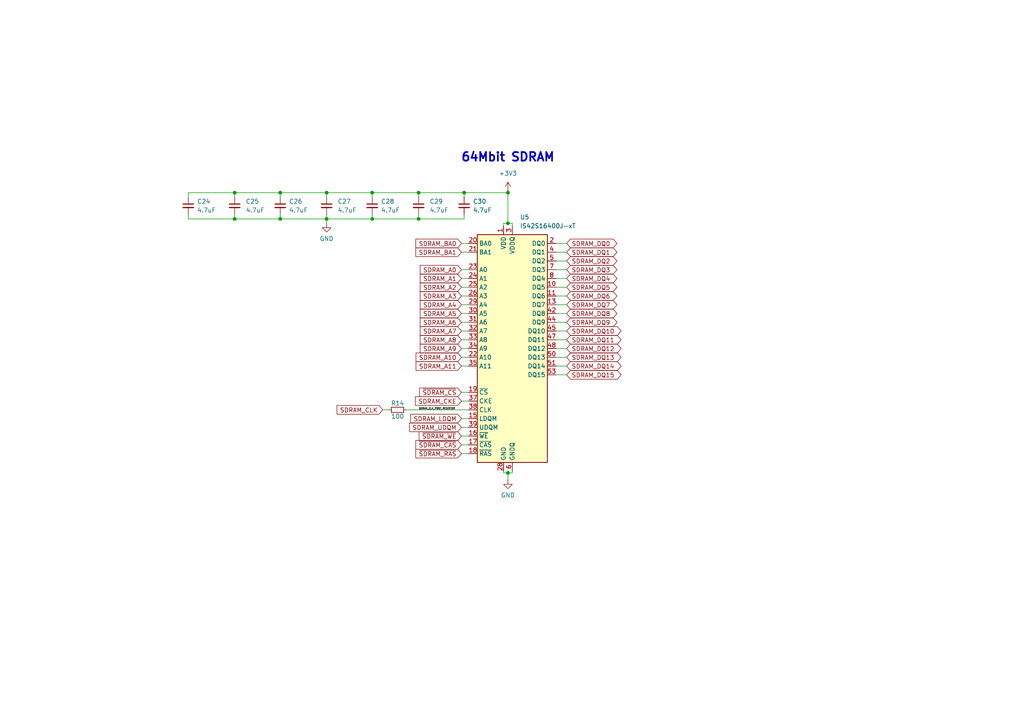
<source format=kicad_sch>
(kicad_sch (version 20231120) (generator "eeschema") (generator_version "8.0")
  (paper "A4")
  (title_block (title "vaudeo") (date "2025-01-22") (rev "Rev A") (comment 1 "A video and audeo board") (comment 3 "https://github.com/oricomp/vaudeo") (comment 4 "Created by Jacob Long"))
  (lib_symbols
    (symbol "Device:C_Small" (pin_numbers hide) (pin_names (offset 0.254) hide)
      (property "Reference" "C" (at 0.254 1.778 0))
      (property "Value" "C_Small" (at 0.254 -2.032 0))
      (symbol "C_Small_0_1"
        (polyline (pts (xy -1.524 -0.508) (xy 1.524 -0.508)) (stroke (width 0.3302)))
        (polyline (pts (xy -1.524 0.508) (xy 1.524 0.508)) (stroke (width 0.3048)))
      )
      (symbol "C_Small_1_1"
        (pin passive line (at 0 2.54 270) (length 2.032) (name "~") (number "1"))
        (pin passive line (at 0 -2.54 90) (length 2.032) (name "~") (number "2"))
      )
    )
    (symbol "Device:R_Small" (pin_numbers hide) (pin_names (offset 0.254) hide)
      (property "Reference" "R" (at 0.762 0.508 0))
      (property "Value" "R_Small" (at 0.762 -1.016 0))
      (symbol "R_Small_0_1"
        (rectangle (start -0.762 1.778) (end 0.762 -1.778) (stroke (width 0.2032)))
      )
      (symbol "R_Small_1_1"
        (pin passive line (at 0 2.54 270) (length 0.762) (name "~") (number "1"))
        (pin passive line (at 0 -2.54 90) (length 0.762) (name "~") (number "2"))
      )
    )
    (symbol "Memory_RAM:IS42S16400J-xT"
      (property "Reference" "U" (at -8.89 34.29 0))
      (property "Value" "IS42S16400J-xT" (at 8.89 34.29 0))
      (symbol "IS42S16400J-xT_1_1"
        (rectangle (start -10.16 33.02) (end 10.16 -33.02) (stroke (width 0.254)) (fill (type background)))
        (pin power_in line (at -2.54 35.56 270) (length 2.54) (name "VDD") (number "1"))
        (pin bidirectional line (at 12.7 17.78 180) (length 2.54) (name "DQ5") (number "10"))
        (pin bidirectional line (at 12.7 15.24 180) (length 2.54) (name "DQ6") (number "11"))
        (pin passive line (at 0 -35.56 90) (length 2.54) hide (name "GNDQ") (number "12"))
        (pin bidirectional line (at 12.7 12.7 180) (length 2.54) (name "DQ7") (number "13"))
        (pin passive line (at -2.54 35.56 270) (length 2.54) hide (name "VDD") (number "14"))
        (pin input line (at -12.7 -20.32 0) (length 2.54) (name "LDQM") (number "15"))
        (pin input line (at -12.7 -25.4 0) (length 2.54) (name "~{WE}") (number "16"))
        (pin input line (at -12.7 -27.94 0) (length 2.54) (name "~{CAS}") (number "17"))
        (pin input line (at -12.7 -30.48 0) (length 2.54) (name "~{RAS}") (number "18"))
        (pin input line (at -12.7 -12.7 0) (length 2.54) (name "~{CS}") (number "19"))
        (pin bidirectional line (at 12.7 30.48 180) (length 2.54) (name "DQ0") (number "2"))
        (pin input line (at -12.7 30.48 0) (length 2.54) (name "BA0") (number "20"))
        (pin input line (at -12.7 27.94 0) (length 2.54) (name "BA1") (number "21"))
        (pin input line (at -12.7 -2.54 0) (length 2.54) (name "A10") (number "22"))
        (pin input line (at -12.7 22.86 0) (length 2.54) (name "A0") (number "23"))
        (pin input line (at -12.7 20.32 0) (length 2.54) (name "A1") (number "24"))
        (pin input line (at -12.7 17.78 0) (length 2.54) (name "A2") (number "25"))
        (pin input line (at -12.7 15.24 0) (length 2.54) (name "A3") (number "26"))
        (pin passive line (at -2.54 35.56 270) (length 2.54) hide (name "VDD") (number "27"))
        (pin power_in line (at -2.54 -35.56 90) (length 2.54) (name "GND") (number "28"))
        (pin input line (at -12.7 12.7 0) (length 2.54) (name "A4") (number "29"))
        (pin power_in line (at 0 35.56 270) (length 2.54) (name "VDDQ") (number "3"))
        (pin input line (at -12.7 10.16 0) (length 2.54) (name "A5") (number "30"))
        (pin input line (at -12.7 7.62 0) (length 2.54) (name "A6") (number "31"))
        (pin input line (at -12.7 5.08 0) (length 2.54) (name "A7") (number "32"))
        (pin input line (at -12.7 2.54 0) (length 2.54) (name "A8") (number "33"))
        (pin input line (at -12.7 0 0) (length 2.54) (name "A9") (number "34"))
        (pin input line (at -12.7 -5.08 0) (length 2.54) (name "A11") (number "35"))
        (pin no_connect line (at 10.16 -17.78 180) (length 2.54) hide (name "NC") (number "36"))
        (pin input line (at -12.7 -15.24 0) (length 2.54) (name "CKE") (number "37"))
        (pin input line (at -12.7 -17.78 0) (length 2.54) (name "CLK") (number "38"))
        (pin input line (at -12.7 -22.86 0) (length 2.54) (name "UDQM") (number "39"))
        (pin bidirectional line (at 12.7 27.94 180) (length 2.54) (name "DQ1") (number "4"))
        (pin no_connect line (at 10.16 -20.32 180) (length 2.54) hide (name "NC") (number "40"))
        (pin passive line (at -2.54 -35.56 90) (length 2.54) hide (name "GND") (number "41"))
        (pin bidirectional line (at 12.7 10.16 180) (length 2.54) (name "DQ8") (number "42"))
        (pin passive line (at 0 35.56 270) (length 2.54) hide (name "VDDQ") (number "43"))
        (pin bidirectional line (at 12.7 7.62 180) (length 2.54) (name "DQ9") (number "44"))
        (pin bidirectional line (at 12.7 5.08 180) (length 2.54) (name "DQ10") (number "45"))
        (pin passive line (at 0 -35.56 90) (length 2.54) hide (name "GNDQ") (number "46"))
        (pin bidirectional line (at 12.7 2.54 180) (length 2.54) (name "DQ11") (number "47"))
        (pin bidirectional line (at 12.7 0 180) (length 2.54) (name "DQ12") (number "48"))
        (pin passive line (at 0 35.56 270) (length 2.54) hide (name "VDDQ") (number "49"))
        (pin bidirectional line (at 12.7 25.4 180) (length 2.54) (name "DQ2") (number "5"))
        (pin bidirectional line (at 12.7 -2.54 180) (length 2.54) (name "DQ13") (number "50"))
        (pin bidirectional line (at 12.7 -5.08 180) (length 2.54) (name "DQ14") (number "51"))
        (pin passive line (at 0 -35.56 90) (length 2.54) hide (name "GNDQ") (number "52"))
        (pin bidirectional line (at 12.7 -7.62 180) (length 2.54) (name "DQ15") (number "53"))
        (pin passive line (at -2.54 -35.56 90) (length 2.54) hide (name "GND") (number "54"))
        (pin power_in line (at 0 -35.56 90) (length 2.54) (name "GNDQ") (number "6"))
        (pin bidirectional line (at 12.7 22.86 180) (length 2.54) (name "DQ3") (number "7"))
        (pin bidirectional line (at 12.7 20.32 180) (length 2.54) (name "DQ4") (number "8"))
        (pin passive line (at 0 35.56 270) (length 2.54) hide (name "VDDQ") (number "9"))
      )
    )
    (symbol "power:+3V3" (power) (pin_numbers hide) (pin_names (offset 0) hide)
      (property "Value" "+3V3" (at 0 3.556 0))
      (symbol "+3V3_0_1"
        (polyline (pts (xy -0.762 1.27) (xy 0 2.54)))
        (polyline (pts (xy 0 0) (xy 0 2.54)))
        (polyline (pts (xy 0 2.54) (xy 0.762 1.27)))
      )
      (symbol "+3V3_1_1"
        (pin power_in line (at 0 0 90) (length 0) (name "~") (number "1"))
      )
    )
    (symbol "power:GND" (power) (pin_numbers hide) (pin_names (offset 0) hide)
      (property "Value" "GND" (at 0 -3.81 0))
      (symbol "GND_0_1"
        (polyline (pts (xy 0 0) (xy 0 -1.27) (xy 1.27 -1.27) (xy 0 -2.54) (xy -1.27 -1.27) (xy 0 -1.27)))
      )
      (symbol "GND_1_1"
        (pin power_in line (at 0 0 270) (length 0) (name "~") (number "1"))
      )
    )
  )
  (junction (at 94.742 63.5))
  (junction (at 107.95 55.88))
  (junction (at 121.412 55.88))
  (junction (at 107.95 63.5))
  (junction (at 147.32 64.77))
  (junction (at 68.072 63.5))
  (junction (at 121.412 63.5))
  (junction (at 147.32 55.88))
  (junction (at 94.742 55.88))
  (junction (at 147.32 137.16))
  (junction (at 81.28 55.88))
  (junction (at 134.62 55.88))
  (junction (at 68.072 55.88))
  (junction (at 81.28 63.5))
  (wire (pts (xy 161.29 83.312) (xy 164.338 83.312)))
  (wire (pts (xy 161.29 106.172) (xy 164.338 106.172)))
  (wire (pts (xy 117.856 118.872) (xy 135.89 118.872)))
  (wire (pts (xy 133.858 80.772) (xy 135.89 80.772)))
  (wire (pts (xy 68.072 62.23) (xy 68.072 63.5)))
  (wire (pts (xy 133.858 83.312) (xy 135.89 83.312)))
  (wire (pts (xy 121.412 55.88) (xy 134.62 55.88)))
  (wire (pts (xy 133.858 93.472) (xy 135.89 93.472)))
  (wire (pts (xy 148.59 64.77) (xy 148.59 65.532)))
  (wire (pts (xy 133.858 113.792) (xy 135.89 113.792)))
  (wire (pts (xy 146.05 64.77) (xy 147.32 64.77)))
  (wire (pts (xy 110.998 118.872) (xy 112.776 118.872)))
  (wire (pts (xy 161.29 88.392) (xy 164.338 88.392)))
  (wire (pts (xy 133.858 103.632) (xy 135.89 103.632)))
  (wire (pts (xy 161.29 80.772) (xy 164.338 80.772)))
  (wire (pts (xy 133.858 85.852) (xy 135.89 85.852)))
  (wire (pts (xy 161.29 96.012) (xy 164.338 96.012)))
  (wire (pts (xy 94.742 64.77) (xy 94.742 63.5)))
  (wire (pts (xy 107.95 62.23) (xy 107.95 63.5)))
  (wire (pts (xy 54.61 55.88) (xy 68.072 55.88)))
  (wire (pts (xy 161.29 78.232) (xy 164.338 78.232)))
  (wire (pts (xy 134.62 62.23) (xy 134.62 63.5)))
  (wire (pts (xy 133.858 96.012) (xy 135.89 96.012)))
  (wire (pts (xy 133.858 129.032) (xy 135.89 129.032)))
  (wire (pts (xy 81.28 62.23) (xy 81.28 63.5)))
  (wire (pts (xy 121.412 55.88) (xy 121.412 57.15)))
  (wire (pts (xy 121.412 63.5) (xy 107.95 63.5)))
  (wire (pts (xy 161.29 90.932) (xy 164.338 90.932)))
  (wire (pts (xy 161.29 108.712) (xy 164.338 108.712)))
  (wire (pts (xy 94.742 55.88) (xy 107.95 55.88)))
  (wire (pts (xy 146.05 65.532) (xy 146.05 64.77)))
  (wire (pts (xy 133.858 73.152) (xy 135.89 73.152)))
  (wire (pts (xy 54.61 63.5) (xy 68.072 63.5)))
  (wire (pts (xy 68.072 57.15) (xy 68.072 55.88)))
  (wire (pts (xy 133.858 116.332) (xy 135.89 116.332)))
  (wire (pts (xy 133.858 121.412) (xy 135.89 121.412)))
  (wire (pts (xy 68.072 55.88) (xy 81.28 55.88)))
  (wire (pts (xy 68.072 63.5) (xy 81.28 63.5)))
  (wire (pts (xy 54.61 57.15) (xy 54.61 55.88)))
  (wire (pts (xy 121.412 62.23) (xy 121.412 63.5)))
  (wire (pts (xy 161.29 103.632) (xy 164.338 103.632)))
  (wire (pts (xy 161.29 70.612) (xy 164.338 70.612)))
  (wire (pts (xy 147.32 64.77) (xy 148.59 64.77)))
  (wire (pts (xy 81.28 63.5) (xy 94.742 63.5)))
  (wire (pts (xy 107.95 55.88) (xy 107.95 57.15)))
  (wire (pts (xy 147.32 137.16) (xy 148.59 137.16)))
  (wire (pts (xy 148.59 137.16) (xy 148.59 136.652)))
  (wire (pts (xy 133.858 126.492) (xy 135.89 126.492)))
  (wire (pts (xy 54.61 62.23) (xy 54.61 63.5)))
  (wire (pts (xy 134.62 55.88) (xy 134.62 57.15)))
  (wire (pts (xy 133.858 88.392) (xy 135.89 88.392)))
  (wire (pts (xy 133.858 90.932) (xy 135.89 90.932)))
  (wire (pts (xy 133.858 123.952) (xy 135.89 123.952)))
  (wire (pts (xy 161.29 75.692) (xy 164.338 75.692)))
  (wire (pts (xy 134.62 55.88) (xy 147.32 55.88)))
  (wire (pts (xy 161.29 98.552) (xy 164.338 98.552)))
  (wire (pts (xy 94.742 63.5) (xy 94.742 62.23)))
  (wire (pts (xy 161.29 101.092) (xy 164.338 101.092)))
  (wire (pts (xy 133.858 70.612) (xy 135.89 70.612)))
  (wire (pts (xy 146.05 137.16) (xy 147.32 137.16)))
  (wire (pts (xy 134.62 63.5) (xy 121.412 63.5)))
  (wire (pts (xy 147.32 137.16) (xy 147.32 139.192)))
  (wire (pts (xy 133.858 101.092) (xy 135.89 101.092)))
  (wire (pts (xy 133.858 106.172) (xy 135.89 106.172)))
  (wire (pts (xy 133.858 78.232) (xy 135.89 78.232)))
  (wire (pts (xy 146.05 136.652) (xy 146.05 137.16)))
  (wire (pts (xy 133.858 131.572) (xy 135.89 131.572)))
  (wire (pts (xy 81.28 57.15) (xy 81.28 55.88)))
  (wire (pts (xy 161.29 85.852) (xy 164.338 85.852)))
  (wire (pts (xy 161.29 73.152) (xy 164.338 73.152)))
  (wire (pts (xy 147.32 55.372) (xy 147.32 55.88)))
  (wire (pts (xy 133.858 98.552) (xy 135.89 98.552)))
  (wire (pts (xy 94.742 55.88) (xy 94.742 57.15)))
  (wire (pts (xy 107.95 63.5) (xy 94.742 63.5)))
  (wire (pts (xy 81.28 55.88) (xy 94.742 55.88)))
  (wire (pts (xy 107.95 55.88) (xy 121.412 55.88)))
  (wire (pts (xy 161.29 93.472) (xy 164.338 93.472)))
  (wire (pts (xy 147.32 55.88) (xy 147.32 64.77)))
  (text "64Mbit SDRAM" (at 147.32 45.72 0) (effects (font (size 2.5 2.5) (thickness 0.5) (bold yes))))
  (label "SDRAM_CLK_POST_RESISTOR" (at 121.412 118.872 0) (effects (font (size 0.5 0.5))))
  (global_label "SDRAM_DQ11" (shape bidirectional) (at 164.338 98.552 0) (property "Intersheetrefs" "${INTERSHEET_REFS}" (effects (hide yes))))
  (global_label "SDRAM_A9" (shape input) (at 133.858 101.092 180) (property "Intersheetrefs" "${INTERSHEET_REFS}" (effects (hide yes))))
  (global_label "SDRAM_A6" (shape input) (at 133.858 93.472 180) (property "Intersheetrefs" "${INTERSHEET_REFS}" (effects (hide yes))))
  (global_label "~{SDRAM_CS}" (shape input) (at 133.858 113.792 180) (property "Intersheetrefs" "${INTERSHEET_REFS}" (effects (hide yes))))
  (global_label "SDRAM_DQ13" (shape bidirectional) (at 164.338 103.632 0) (property "Intersheetrefs" "${INTERSHEET_REFS}" (effects (hide yes))))
  (global_label "SDRAM_A10" (shape input) (at 133.858 103.632 180) (property "Intersheetrefs" "${INTERSHEET_REFS}" (effects (hide yes))))
  (global_label "SDRAM_DQ14" (shape bidirectional) (at 164.338 106.172 0) (property "Intersheetrefs" "${INTERSHEET_REFS}" (effects (hide yes))))
  (global_label "SDRAM_DQ3" (shape bidirectional) (at 164.338 78.232 0) (property "Intersheetrefs" "${INTERSHEET_REFS}" (effects (hide yes))))
  (global_label "SDRAM_UDQM" (shape input) (at 133.858 123.952 180) (property "Intersheetrefs" "${INTERSHEET_REFS}" (effects (hide yes))))
  (global_label "SDRAM_DQ2" (shape bidirectional) (at 164.338 75.692 0) (property "Intersheetrefs" "${INTERSHEET_REFS}" (effects (hide yes))))
  (global_label "~{SDRAM_CAS}" (shape input) (at 133.858 129.032 180) (property "Intersheetrefs" "${INTERSHEET_REFS}" (effects (hide yes))))
  (global_label "SDRAM_A1" (shape input) (at 133.858 80.772 180) (property "Intersheetrefs" "${INTERSHEET_REFS}" (effects (hide yes))))
  (global_label "~{SDRAM_WE}" (shape input) (at 133.858 126.492 180) (property "Intersheetrefs" "${INTERSHEET_REFS}" (effects (hide yes))))
  (global_label "SDRAM_DQ6" (shape bidirectional) (at 164.338 85.852 0) (property "Intersheetrefs" "${INTERSHEET_REFS}" (effects (hide yes))))
  (global_label "SDRAM_BA1" (shape input) (at 133.858 73.152 180) (property "Intersheetrefs" "${INTERSHEET_REFS}" (effects (hide yes))))
  (global_label "SDRAM_DQ15" (shape bidirectional) (at 164.338 108.712 0) (property "Intersheetrefs" "${INTERSHEET_REFS}" (effects (hide yes))))
  (global_label "SDRAM_DQ7" (shape bidirectional) (at 164.338 88.392 0) (property "Intersheetrefs" "${INTERSHEET_REFS}" (effects (hide yes))))
  (global_label "SDRAM_DQ9" (shape bidirectional) (at 164.338 93.472 0) (property "Intersheetrefs" "${INTERSHEET_REFS}" (effects (hide yes))))
  (global_label "SDRAM_DQ1" (shape bidirectional) (at 164.338 73.152 0) (property "Intersheetrefs" "${INTERSHEET_REFS}" (effects (hide yes))))
  (global_label "SDRAM_DQ8" (shape bidirectional) (at 164.338 90.932 0) (property "Intersheetrefs" "${INTERSHEET_REFS}" (effects (hide yes))))
  (global_label "SDRAM_CKE" (shape input) (at 133.858 116.332 180) (property "Intersheetrefs" "${INTERSHEET_REFS}" (effects (hide yes))))
  (global_label "SDRAM_A0" (shape input) (at 133.858 78.232 180) (property "Intersheetrefs" "${INTERSHEET_REFS}" (effects (hide yes))))
  (global_label "SDRAM_A8" (shape input) (at 133.858 98.552 180) (property "Intersheetrefs" "${INTERSHEET_REFS}" (effects (hide yes))))
  (global_label "SDRAM_DQ0" (shape bidirectional) (at 164.338 70.612 0) (property "Intersheetrefs" "${INTERSHEET_REFS}" (effects (hide yes))))
  (global_label "SDRAM_A7" (shape input) (at 133.858 96.012 180) (property "Intersheetrefs" "${INTERSHEET_REFS}" (effects (hide yes))))
  (global_label "SDRAM_BA0" (shape input) (at 133.858 70.612 180) (property "Intersheetrefs" "${INTERSHEET_REFS}" (effects (hide yes))))
  (global_label "SDRAM_A2" (shape input) (at 133.858 83.312 180) (property "Intersheetrefs" "${INTERSHEET_REFS}" (effects (hide yes))))
  (global_label "SDRAM_DQ5" (shape bidirectional) (at 164.338 83.312 0) (property "Intersheetrefs" "${INTERSHEET_REFS}" (effects (hide yes))))
  (global_label "SDRAM_DQ4" (shape bidirectional) (at 164.338 80.772 0) (property "Intersheetrefs" "${INTERSHEET_REFS}" (effects (hide yes))))
  (global_label "SDRAM_A3" (shape input) (at 133.858 85.852 180) (property "Intersheetrefs" "${INTERSHEET_REFS}" (effects (hide yes))))
  (global_label "SDRAM_A4" (shape input) (at 133.858 88.392 180) (property "Intersheetrefs" "${INTERSHEET_REFS}" (effects (hide yes))))
  (global_label "SDRAM_DQ10" (shape bidirectional) (at 164.338 96.012 0) (property "Intersheetrefs" "${INTERSHEET_REFS}" (effects (hide yes))))
  (global_label "~{SDRAM_RAS}" (shape input) (at 133.858 131.572 180) (property "Intersheetrefs" "${INTERSHEET_REFS}" (effects (hide yes))))
  (global_label "SDRAM_DQ12" (shape bidirectional) (at 164.338 101.092 0) (property "Intersheetrefs" "${INTERSHEET_REFS}" (effects (hide yes))))
  (global_label "SDRAM_LDQM" (shape input) (at 133.858 121.412 180) (property "Intersheetrefs" "${INTERSHEET_REFS}" (effects (hide yes))))
  (global_label "SDRAM_A11" (shape input) (at 133.858 106.172 180) (property "Intersheetrefs" "${INTERSHEET_REFS}" (effects (hide yes))))
  (global_label "SDRAM_CLK" (shape input) (at 110.998 118.872 180) (property "Intersheetrefs" "${INTERSHEET_REFS}" (effects (hide yes))))
  (global_label "SDRAM_A5" (shape input) (at 133.858 90.932 180) (property "Intersheetrefs" "${INTERSHEET_REFS}" (effects (hide yes))))
  (symbol (lib_id "Device:C_Small") (at 54.61 59.69 0) (unit 1)
    (property "Reference" "C24" (at 57.15 58.4262 0) (effects (justify left)))
    (property "Value" "4.7uF" (at 57.15 60.9662 0) (effects (justify left)))
    (property "Footprint" "Capacitor_SMD:C_0805_2012Metric_Pad1.18x1.45mm_HandSolder" (effects (hide yes)))
    (property "Description" "Unpolarized capacitor, small symbol" (effects (hide yes)))
    (property "DigiKey" "https://www.digikey.com/en/products/detail/samsung-electro-mechanics/CL21A475KAQNNNE/3886902" (effects (hide yes)))
  )
  (symbol (lib_id "power:GND") (at 94.742 64.77 0) (unit 1)
    (property "Reference" "#PWR037" (effects (hide yes)))
    (property "Value" "GND" (at 94.742 69.215 0))
    (property "Description" "Power symbol creates a global label with name \"GND\" , ground" (effects (hide yes)))
  )
  (symbol (lib_id "Device:R_Small") (at 115.316 118.872 90) (unit 1)
    (property "Reference" "R14" (at 115.316 116.967 90))
    (property "Value" "100" (at 115.316 120.777 90))
    (property "Footprint" "Resistor_SMD:R_0805_2012Metric_Pad1.20x1.40mm_HandSolder" (effects (hide yes)))
    (property "Description" "Resistor, small symbol" (effects (hide yes)))
    (property "DigiKey" "https://www.digikey.com/en/products/detail/stackpole-electronics-inc/RNCP0805FTD100R/2240209" (effects (hide yes)))
  )
  (symbol (lib_id "Device:C_Small") (at 121.412 59.69 0) (unit 1)
    (property "Reference" "C29" (at 124.587 58.4262 0) (effects (justify left)))
    (property "Value" "4.7uF" (at 124.587 60.9662 0) (effects (justify left)))
    (property "Footprint" "Capacitor_SMD:C_0805_2012Metric_Pad1.18x1.45mm_HandSolder" (effects (hide yes)))
    (property "Description" "Unpolarized capacitor, small symbol" (effects (hide yes)))
    (property "DigiKey" "https://www.digikey.com/en/products/detail/samsung-electro-mechanics/CL21A475KAQNNNE/3886902" (effects (hide yes)))
  )
  (symbol (lib_id "Device:C_Small") (at 94.742 59.69 0) (unit 1)
    (property "Reference" "C27" (at 97.917 58.4262 0) (effects (justify left)))
    (property "Value" "4.7uF" (at 97.917 60.9662 0) (effects (justify left)))
    (property "Footprint" "Capacitor_SMD:C_0805_2012Metric_Pad1.18x1.45mm_HandSolder" (effects (hide yes)))
    (property "Description" "Unpolarized capacitor, small symbol" (effects (hide yes)))
    (property "DigiKey" "https://www.digikey.com/en/products/detail/samsung-electro-mechanics/CL21A475KAQNNNE/3886902" (effects (hide yes)))
  )
  (symbol (lib_id "power:+3V3") (at 147.32 55.372 0) (unit 1)
    (property "Reference" "#PWR036" (effects (hide yes)))
    (property "Value" "+3V3" (at 147.32 50.292 0))
    (property "Description" "Power symbol creates a global label with name \"+3V3\"" (effects (hide yes)))
  )
  (symbol (lib_id "Device:C_Small") (at 68.072 59.69 0) (unit 1)
    (property "Reference" "C25" (at 71.247 58.4262 0) (effects (justify left)))
    (property "Value" "4.7uF" (at 71.247 60.9662 0) (effects (justify left)))
    (property "Footprint" "Capacitor_SMD:C_0805_2012Metric_Pad1.18x1.45mm_HandSolder" (effects (hide yes)))
    (property "Description" "Unpolarized capacitor, small symbol" (effects (hide yes)))
    (property "DigiKey" "https://www.digikey.com/en/products/detail/samsung-electro-mechanics/CL21A475KAQNNNE/3886902" (effects (hide yes)))
  )
  (symbol (lib_id "Memory_RAM:IS42S16400J-xT") (at 148.59 101.092 0) (unit 1)
    (property "Reference" "U5" (at 150.7841 62.992 0) (effects (justify left)))
    (property "Value" "IS42S16400J-xT" (at 150.7841 65.532 0) (effects (justify left)))
    (property "Footprint" "Package_SO:TSOP-II-54_22.2x10.16mm_P0.8mm" (effects (hide yes)))
    (property "Datasheet" "http://www.issi.com/WW/pdf/42-45S16400J.pdf" (effects (hide yes)))
    (property "Description" "64Mb Synchronous DRAM, 1 Mb x 16 b x 4 Banks, Alloy42 leadframe plated with matte Sn, TSOP-II-54" (effects (hide yes)))
    (property "DigiKey" "https://www.digikey.com/en/products/detail/issi-integrated-silicon-solution-inc/IS42S16400J-7TLI-TR/4860922" (effects (hide yes)))
  )
  (symbol (lib_id "Device:C_Small") (at 134.62 59.69 0) (unit 1)
    (property "Reference" "C30" (at 137.16 58.4262 0) (effects (justify left)))
    (property "Value" "4.7uF" (at 137.16 60.9662 0) (effects (justify left)))
    (property "Footprint" "Capacitor_SMD:C_0805_2012Metric_Pad1.18x1.45mm_HandSolder" (effects (hide yes)))
    (property "Description" "Unpolarized capacitor, small symbol" (effects (hide yes)))
    (property "DigiKey" "https://www.digikey.com/en/products/detail/samsung-electro-mechanics/CL21A475KAQNNNE/3886902" (effects (hide yes)))
  )
  (symbol (lib_id "Device:C_Small") (at 107.95 59.69 0) (unit 1)
    (property "Reference" "C28" (at 110.49 58.4262 0) (effects (justify left)))
    (property "Value" "4.7uF" (at 110.49 60.9662 0) (effects (justify left)))
    (property "Footprint" "Capacitor_SMD:C_0805_2012Metric_Pad1.18x1.45mm_HandSolder" (effects (hide yes)))
    (property "Description" "Unpolarized capacitor, small symbol" (effects (hide yes)))
    (property "DigiKey" "https://www.digikey.com/en/products/detail/samsung-electro-mechanics/CL21A475KAQNNNE/3886902" (effects (hide yes)))
  )
  (symbol (lib_id "power:GND") (at 147.32 139.192 0) (unit 1)
    (property "Reference" "#PWR038" (effects (hide yes)))
    (property "Value" "GND" (at 147.32 143.637 0))
    (property "Description" "Power symbol creates a global label with name \"GND\" , ground" (effects (hide yes)))
  )
  (symbol (lib_id "Device:C_Small") (at 81.28 59.69 0) (unit 1)
    (property "Reference" "C26" (at 83.82 58.4262 0) (effects (justify left)))
    (property "Value" "4.7uF" (at 83.82 60.9662 0) (effects (justify left)))
    (property "Footprint" "Capacitor_SMD:C_0805_2012Metric_Pad1.18x1.45mm_HandSolder" (effects (hide yes)))
    (property "Description" "Unpolarized capacitor, small symbol" (effects (hide yes)))
    (property "DigiKey" "https://www.digikey.com/en/products/detail/samsung-electro-mechanics/CL21A475KAQNNNE/3886902" (effects (hide yes)))
  )
)
</source>
